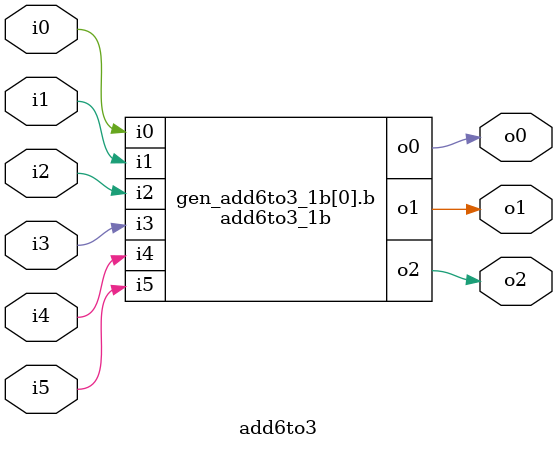
<source format=sv>
`timescale 1ns / 1ps

module add6to3_1b(
    input i0,
    input i1,
    input i2,
    input i3,
    input i4,
    input i5,
    output o0,
    output o1,
    output o2
);
assign {o2, o1, o0} = i0 + i1 + i2 + i3 + i4 + i5;
// assign o0 = i0 ^ i1 ^ i2 ^ i3 ^ i4 ^ i5;
// assign o1 = i0&i1&~i2&~i3&~i4&~i5|i0&~i1&i2&~i3&~i4&~i5|~i0&i1&i2&~i3&~i4&~i5|i0&i1&i2&~i3&~i4&~i5|i0&~i1&~i2&i3&~i4&~i5|~i0&i1&~i2&i3&~i4&~i5|i0&i1&~i2&i3&~i4&~i5|~i0&~i1&i2&i3&~i4&~i5|i0&~i1&i2&i3&~i4&~i5|~i0&i1&i2&i3&~i4&~i5|i0&~i1&~i2&~i3&i4&~i5|~i0&i1&~i2&~i3&i4&~i5|i0&i1&~i2&~i3&i4&~i5|~i0&~i1&i2&~i3&i4&~i5|i0&~i1&i2&~i3&i4&~i5|~i0&i1&i2&~i3&i4&~i5|~i0&~i1&~i2&i3&i4&~i5|i0&~i1&~i2&i3&i4&~i5|~i0&i1&~i2&i3&i4&~i5|~i0&~i1&i2&i3&i4&~i5|i0&~i1&~i2&~i3&~i4&i5|~i0&i1&~i2&~i3&~i4&i5|i0&i1&~i2&~i3&~i4&i5|~i0&~i1&i2&~i3&~i4&i5|i0&~i1&i2&~i3&~i4&i5|~i0&i1&i2&~i3&~i4&i5|~i0&~i1&~i2&i3&~i4&i5|i0&~i1&~i2&i3&~i4&i5|~i0&i1&~i2&i3&~i4&i5|~i0&~i1&i2&i3&~i4&i5|~i0&~i1&~i2&~i3&i4&i5|i0&~i1&~i2&~i3&i4&i5|~i0&i1&~i2&~i3&i4&i5|~i0&~i1&i2&~i3&i4&i5|~i0&~i1&~i2&i3&i4&i5|i0&i1&i2&i3&i4&i5;
// assign o2 = i0&i1&i2&i3&~i4&~i5|i0&i1&i2&~i3&i4&~i5|i0&i1&~i2&i3&i4&~i5|i0&~i1&i2&i3&i4&~i5|~i0&i1&i2&i3&i4&~i5|i0&i1&i2&i3&i4&~i5|i0&i1&i2&~i3&~i4&i5|i0&i1&~i2&i3&~i4&i5|i0&~i1&i2&i3&~i4&i5|~i0&i1&i2&i3&~i4&i5|i0&i1&i2&i3&~i4&i5|i0&i1&~i2&~i3&i4&i5|i0&~i1&i2&~i3&i4&i5|~i0&i1&i2&~i3&i4&i5|i0&i1&i2&~i3&i4&i5|i0&~i1&~i2&i3&i4&i5|~i0&i1&~i2&i3&i4&i5|i0&i1&~i2&i3&i4&i5|~i0&~i1&i2&i3&i4&i5|i0&~i1&i2&i3&i4&i5|~i0&i1&i2&i3&i4&i5|i0&i1&i2&i3&i4&i5;
endmodule

/*
Carry Save Adder

RES = o0 + (o1 << 1) + (o2 << 2)
*/

module add6to3
#(parameter integer WIDTH = 1)
(
    input [WIDTH-1:0] i0,
    input [WIDTH-1:0] i1,
    input [WIDTH-1:0] i2,
    input [WIDTH-1:0] i3,
    input [WIDTH-1:0] i4,
    input [WIDTH-1:0] i5,
    output [WIDTH-1:0] o0,
    output [WIDTH-1:0] o1,
    output [WIDTH-1:0] o2
);
genvar i;
generate
  for (i = 0; i < WIDTH; i += 1) begin : gen_add6to3_1b
    add6to3_1b b(.i0(i0[i]), .i1(i1[i]), .i2(i2[i]), .i3(i3[i]), .i4(i4[i]), .i5(i5[i]),
                 .o0(o0[i]), .o1(o1[i]), .o2(o2[i]));
  end
endgenerate
endmodule
/*
s = ['i0', 'i1', 'i2', 'i3', 'i4', 'i5']
for i in range(64):
  c = bin(i).count('1')
  if not (c & 4):
    continue
  for j in range(6):
    if not (i & (1 << j)):
      print('~', end='')
    print(s[j], end='')
    if j != 5:
      print('&', end='')
    else:
      print('|', end='')
*/

</source>
